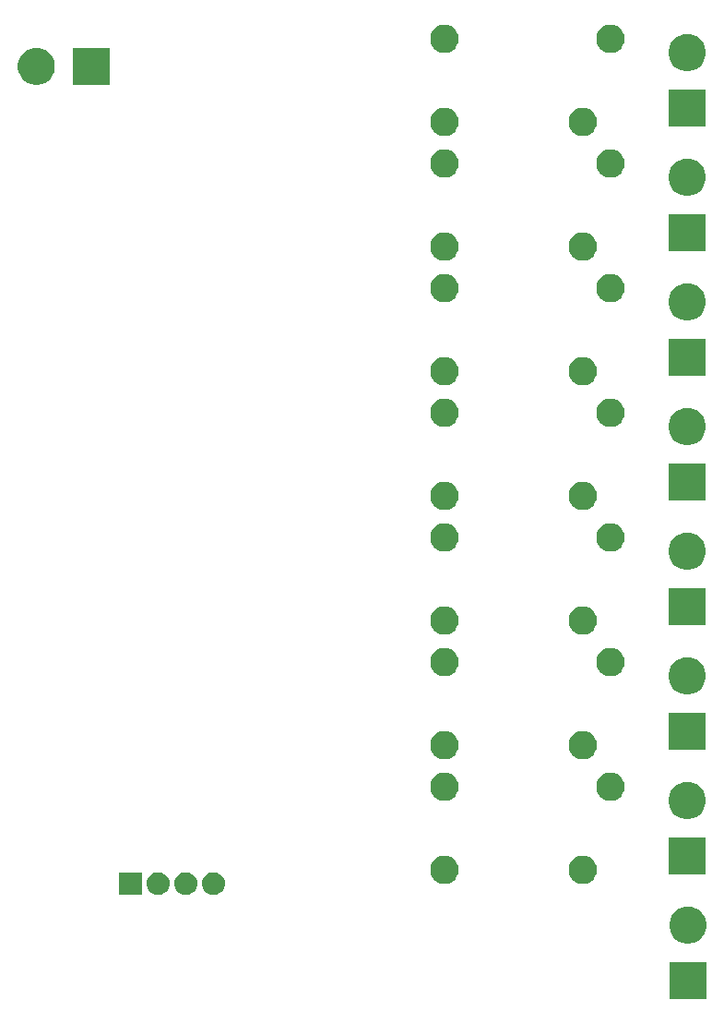
<source format=gbr>
G04 #@! TF.GenerationSoftware,KiCad,Pcbnew,5.0.1-33cea8e~68~ubuntu18.04.1*
G04 #@! TF.CreationDate,2018-11-29T08:35:32+01:00*
G04 #@! TF.ProjectId,7RelaysEtCommun,3752656C6179734574436F6D6D756E2E,rev?*
G04 #@! TF.SameCoordinates,Original*
G04 #@! TF.FileFunction,Soldermask,Bot*
G04 #@! TF.FilePolarity,Negative*
%FSLAX46Y46*%
G04 Gerber Fmt 4.6, Leading zero omitted, Abs format (unit mm)*
G04 Created by KiCad (PCBNEW 5.0.1-33cea8e~68~ubuntu18.04.1) date jeu. 29 nov. 2018 08:35:32 CET*
%MOMM*%
%LPD*%
G01*
G04 APERTURE LIST*
%ADD10C,0.100000*%
G04 APERTURE END LIST*
D10*
G36*
X196772000Y-135050000D02*
X193372000Y-135050000D01*
X193372000Y-131650000D01*
X196772000Y-131650000D01*
X196772000Y-135050000D01*
X196772000Y-135050000D01*
G37*
G36*
X195458393Y-126613553D02*
X195567872Y-126635330D01*
X195877252Y-126763479D01*
X196155687Y-126949523D01*
X196392477Y-127186313D01*
X196578521Y-127464748D01*
X196706670Y-127774128D01*
X196772000Y-128102565D01*
X196772000Y-128437435D01*
X196706670Y-128765872D01*
X196578521Y-129075252D01*
X196392477Y-129353687D01*
X196155687Y-129590477D01*
X195877252Y-129776521D01*
X195567872Y-129904670D01*
X195458393Y-129926447D01*
X195239437Y-129970000D01*
X194904563Y-129970000D01*
X194685607Y-129926447D01*
X194576128Y-129904670D01*
X194266748Y-129776521D01*
X193988313Y-129590477D01*
X193751523Y-129353687D01*
X193565479Y-129075252D01*
X193437330Y-128765872D01*
X193372000Y-128437435D01*
X193372000Y-128102565D01*
X193437330Y-127774128D01*
X193565479Y-127464748D01*
X193751523Y-127186313D01*
X193988313Y-126949523D01*
X194266748Y-126763479D01*
X194576128Y-126635330D01*
X194685607Y-126613553D01*
X194904563Y-126570000D01*
X195239437Y-126570000D01*
X195458393Y-126613553D01*
X195458393Y-126613553D01*
G37*
G36*
X151639707Y-123417596D02*
X151716836Y-123425193D01*
X151848787Y-123465220D01*
X151914763Y-123485233D01*
X152097172Y-123582733D01*
X152257054Y-123713946D01*
X152388267Y-123873828D01*
X152485767Y-124056237D01*
X152485767Y-124056238D01*
X152545807Y-124254164D01*
X152566080Y-124460000D01*
X152545807Y-124665836D01*
X152505780Y-124797787D01*
X152485767Y-124863763D01*
X152388267Y-125046172D01*
X152257054Y-125206054D01*
X152097172Y-125337267D01*
X151914763Y-125434767D01*
X151848787Y-125454780D01*
X151716836Y-125494807D01*
X151639707Y-125502403D01*
X151562580Y-125510000D01*
X151459420Y-125510000D01*
X151382293Y-125502403D01*
X151305164Y-125494807D01*
X151173213Y-125454780D01*
X151107237Y-125434767D01*
X150924828Y-125337267D01*
X150764946Y-125206054D01*
X150633733Y-125046172D01*
X150536233Y-124863763D01*
X150516220Y-124797787D01*
X150476193Y-124665836D01*
X150455920Y-124460000D01*
X150476193Y-124254164D01*
X150536233Y-124056238D01*
X150536233Y-124056237D01*
X150633733Y-123873828D01*
X150764946Y-123713946D01*
X150924828Y-123582733D01*
X151107237Y-123485233D01*
X151173213Y-123465220D01*
X151305164Y-123425193D01*
X151382293Y-123417596D01*
X151459420Y-123410000D01*
X151562580Y-123410000D01*
X151639707Y-123417596D01*
X151639707Y-123417596D01*
G37*
G36*
X149099707Y-123417596D02*
X149176836Y-123425193D01*
X149308787Y-123465220D01*
X149374763Y-123485233D01*
X149557172Y-123582733D01*
X149717054Y-123713946D01*
X149848267Y-123873828D01*
X149945767Y-124056237D01*
X149945767Y-124056238D01*
X150005807Y-124254164D01*
X150026080Y-124460000D01*
X150005807Y-124665836D01*
X149965780Y-124797787D01*
X149945767Y-124863763D01*
X149848267Y-125046172D01*
X149717054Y-125206054D01*
X149557172Y-125337267D01*
X149374763Y-125434767D01*
X149308787Y-125454780D01*
X149176836Y-125494807D01*
X149099707Y-125502403D01*
X149022580Y-125510000D01*
X148919420Y-125510000D01*
X148842293Y-125502403D01*
X148765164Y-125494807D01*
X148633213Y-125454780D01*
X148567237Y-125434767D01*
X148384828Y-125337267D01*
X148224946Y-125206054D01*
X148093733Y-125046172D01*
X147996233Y-124863763D01*
X147976220Y-124797787D01*
X147936193Y-124665836D01*
X147915920Y-124460000D01*
X147936193Y-124254164D01*
X147996233Y-124056238D01*
X147996233Y-124056237D01*
X148093733Y-123873828D01*
X148224946Y-123713946D01*
X148384828Y-123582733D01*
X148567237Y-123485233D01*
X148633213Y-123465220D01*
X148765164Y-123425193D01*
X148842293Y-123417596D01*
X148919420Y-123410000D01*
X149022580Y-123410000D01*
X149099707Y-123417596D01*
X149099707Y-123417596D01*
G37*
G36*
X146559707Y-123417596D02*
X146636836Y-123425193D01*
X146768787Y-123465220D01*
X146834763Y-123485233D01*
X147017172Y-123582733D01*
X147177054Y-123713946D01*
X147308267Y-123873828D01*
X147405767Y-124056237D01*
X147405767Y-124056238D01*
X147465807Y-124254164D01*
X147486080Y-124460000D01*
X147465807Y-124665836D01*
X147425780Y-124797787D01*
X147405767Y-124863763D01*
X147308267Y-125046172D01*
X147177054Y-125206054D01*
X147017172Y-125337267D01*
X146834763Y-125434767D01*
X146768787Y-125454780D01*
X146636836Y-125494807D01*
X146559707Y-125502403D01*
X146482580Y-125510000D01*
X146379420Y-125510000D01*
X146302293Y-125502403D01*
X146225164Y-125494807D01*
X146093213Y-125454780D01*
X146027237Y-125434767D01*
X145844828Y-125337267D01*
X145684946Y-125206054D01*
X145553733Y-125046172D01*
X145456233Y-124863763D01*
X145436220Y-124797787D01*
X145396193Y-124665836D01*
X145375920Y-124460000D01*
X145396193Y-124254164D01*
X145456233Y-124056238D01*
X145456233Y-124056237D01*
X145553733Y-123873828D01*
X145684946Y-123713946D01*
X145844828Y-123582733D01*
X146027237Y-123485233D01*
X146093213Y-123465220D01*
X146225164Y-123425193D01*
X146302293Y-123417596D01*
X146379420Y-123410000D01*
X146482580Y-123410000D01*
X146559707Y-123417596D01*
X146559707Y-123417596D01*
G37*
G36*
X144941000Y-125510000D02*
X142841000Y-125510000D01*
X142841000Y-123410000D01*
X144941000Y-123410000D01*
X144941000Y-125510000D01*
X144941000Y-125510000D01*
G37*
G36*
X185799196Y-121939958D02*
X186035780Y-122037954D01*
X186248705Y-122180226D01*
X186429774Y-122361295D01*
X186572046Y-122574220D01*
X186670042Y-122810804D01*
X186720000Y-123061960D01*
X186720000Y-123318040D01*
X186670042Y-123569196D01*
X186572046Y-123805780D01*
X186429774Y-124018705D01*
X186248705Y-124199774D01*
X186035780Y-124342046D01*
X185799196Y-124440042D01*
X185548040Y-124490000D01*
X185291960Y-124490000D01*
X185040804Y-124440042D01*
X184804220Y-124342046D01*
X184591295Y-124199774D01*
X184410226Y-124018705D01*
X184267954Y-123805780D01*
X184169958Y-123569196D01*
X184120000Y-123318040D01*
X184120000Y-123061960D01*
X184169958Y-122810804D01*
X184267954Y-122574220D01*
X184410226Y-122361295D01*
X184591295Y-122180226D01*
X184804220Y-122037954D01*
X185040804Y-121939958D01*
X185291960Y-121890000D01*
X185548040Y-121890000D01*
X185799196Y-121939958D01*
X185799196Y-121939958D01*
G37*
G36*
X173099196Y-121939958D02*
X173335780Y-122037954D01*
X173548705Y-122180226D01*
X173729774Y-122361295D01*
X173872046Y-122574220D01*
X173970042Y-122810804D01*
X174020000Y-123061960D01*
X174020000Y-123318040D01*
X173970042Y-123569196D01*
X173872046Y-123805780D01*
X173729774Y-124018705D01*
X173548705Y-124199774D01*
X173335780Y-124342046D01*
X173099196Y-124440042D01*
X172848040Y-124490000D01*
X172591960Y-124490000D01*
X172340804Y-124440042D01*
X172104220Y-124342046D01*
X171891295Y-124199774D01*
X171710226Y-124018705D01*
X171567954Y-123805780D01*
X171469958Y-123569196D01*
X171420000Y-123318040D01*
X171420000Y-123061960D01*
X171469958Y-122810804D01*
X171567954Y-122574220D01*
X171710226Y-122361295D01*
X171891295Y-122180226D01*
X172104220Y-122037954D01*
X172340804Y-121939958D01*
X172591960Y-121890000D01*
X172848040Y-121890000D01*
X173099196Y-121939958D01*
X173099196Y-121939958D01*
G37*
G36*
X196700000Y-123620000D02*
X193300000Y-123620000D01*
X193300000Y-120220000D01*
X196700000Y-120220000D01*
X196700000Y-123620000D01*
X196700000Y-123620000D01*
G37*
G36*
X195386393Y-115183553D02*
X195495872Y-115205330D01*
X195805252Y-115333479D01*
X196083687Y-115519523D01*
X196320477Y-115756313D01*
X196506521Y-116034748D01*
X196634670Y-116344128D01*
X196700000Y-116672565D01*
X196700000Y-117007435D01*
X196634670Y-117335872D01*
X196506521Y-117645252D01*
X196320477Y-117923687D01*
X196083687Y-118160477D01*
X195805252Y-118346521D01*
X195495872Y-118474670D01*
X195386393Y-118496447D01*
X195167437Y-118540000D01*
X194832563Y-118540000D01*
X194613607Y-118496447D01*
X194504128Y-118474670D01*
X194194748Y-118346521D01*
X193916313Y-118160477D01*
X193679523Y-117923687D01*
X193493479Y-117645252D01*
X193365330Y-117335872D01*
X193300000Y-117007435D01*
X193300000Y-116672565D01*
X193365330Y-116344128D01*
X193493479Y-116034748D01*
X193679523Y-115756313D01*
X193916313Y-115519523D01*
X194194748Y-115333479D01*
X194504128Y-115205330D01*
X194613607Y-115183553D01*
X194832563Y-115140000D01*
X195167437Y-115140000D01*
X195386393Y-115183553D01*
X195386393Y-115183553D01*
G37*
G36*
X173099196Y-114319958D02*
X173335780Y-114417954D01*
X173548705Y-114560226D01*
X173729774Y-114741295D01*
X173872046Y-114954220D01*
X173970042Y-115190804D01*
X174020000Y-115441960D01*
X174020000Y-115698040D01*
X173970042Y-115949196D01*
X173872046Y-116185780D01*
X173729774Y-116398705D01*
X173548705Y-116579774D01*
X173335780Y-116722046D01*
X173099196Y-116820042D01*
X172848040Y-116870000D01*
X172591960Y-116870000D01*
X172340804Y-116820042D01*
X172104220Y-116722046D01*
X171891295Y-116579774D01*
X171710226Y-116398705D01*
X171567954Y-116185780D01*
X171469958Y-115949196D01*
X171420000Y-115698040D01*
X171420000Y-115441960D01*
X171469958Y-115190804D01*
X171567954Y-114954220D01*
X171710226Y-114741295D01*
X171891295Y-114560226D01*
X172104220Y-114417954D01*
X172340804Y-114319958D01*
X172591960Y-114270000D01*
X172848040Y-114270000D01*
X173099196Y-114319958D01*
X173099196Y-114319958D01*
G37*
G36*
X188339196Y-114319958D02*
X188575780Y-114417954D01*
X188788705Y-114560226D01*
X188969774Y-114741295D01*
X189112046Y-114954220D01*
X189210042Y-115190804D01*
X189260000Y-115441960D01*
X189260000Y-115698040D01*
X189210042Y-115949196D01*
X189112046Y-116185780D01*
X188969774Y-116398705D01*
X188788705Y-116579774D01*
X188575780Y-116722046D01*
X188339196Y-116820042D01*
X188088040Y-116870000D01*
X187831960Y-116870000D01*
X187580804Y-116820042D01*
X187344220Y-116722046D01*
X187131295Y-116579774D01*
X186950226Y-116398705D01*
X186807954Y-116185780D01*
X186709958Y-115949196D01*
X186660000Y-115698040D01*
X186660000Y-115441960D01*
X186709958Y-115190804D01*
X186807954Y-114954220D01*
X186950226Y-114741295D01*
X187131295Y-114560226D01*
X187344220Y-114417954D01*
X187580804Y-114319958D01*
X187831960Y-114270000D01*
X188088040Y-114270000D01*
X188339196Y-114319958D01*
X188339196Y-114319958D01*
G37*
G36*
X173099196Y-110509958D02*
X173335780Y-110607954D01*
X173548705Y-110750226D01*
X173729774Y-110931295D01*
X173872046Y-111144220D01*
X173970042Y-111380804D01*
X174020000Y-111631960D01*
X174020000Y-111888040D01*
X173970042Y-112139196D01*
X173872046Y-112375780D01*
X173729774Y-112588705D01*
X173548705Y-112769774D01*
X173335780Y-112912046D01*
X173099196Y-113010042D01*
X172848040Y-113060000D01*
X172591960Y-113060000D01*
X172340804Y-113010042D01*
X172104220Y-112912046D01*
X171891295Y-112769774D01*
X171710226Y-112588705D01*
X171567954Y-112375780D01*
X171469958Y-112139196D01*
X171420000Y-111888040D01*
X171420000Y-111631960D01*
X171469958Y-111380804D01*
X171567954Y-111144220D01*
X171710226Y-110931295D01*
X171891295Y-110750226D01*
X172104220Y-110607954D01*
X172340804Y-110509958D01*
X172591960Y-110460000D01*
X172848040Y-110460000D01*
X173099196Y-110509958D01*
X173099196Y-110509958D01*
G37*
G36*
X185799196Y-110509958D02*
X186035780Y-110607954D01*
X186248705Y-110750226D01*
X186429774Y-110931295D01*
X186572046Y-111144220D01*
X186670042Y-111380804D01*
X186720000Y-111631960D01*
X186720000Y-111888040D01*
X186670042Y-112139196D01*
X186572046Y-112375780D01*
X186429774Y-112588705D01*
X186248705Y-112769774D01*
X186035780Y-112912046D01*
X185799196Y-113010042D01*
X185548040Y-113060000D01*
X185291960Y-113060000D01*
X185040804Y-113010042D01*
X184804220Y-112912046D01*
X184591295Y-112769774D01*
X184410226Y-112588705D01*
X184267954Y-112375780D01*
X184169958Y-112139196D01*
X184120000Y-111888040D01*
X184120000Y-111631960D01*
X184169958Y-111380804D01*
X184267954Y-111144220D01*
X184410226Y-110931295D01*
X184591295Y-110750226D01*
X184804220Y-110607954D01*
X185040804Y-110509958D01*
X185291960Y-110460000D01*
X185548040Y-110460000D01*
X185799196Y-110509958D01*
X185799196Y-110509958D01*
G37*
G36*
X196700000Y-112190000D02*
X193300000Y-112190000D01*
X193300000Y-108790000D01*
X196700000Y-108790000D01*
X196700000Y-112190000D01*
X196700000Y-112190000D01*
G37*
G36*
X195386393Y-103753553D02*
X195495872Y-103775330D01*
X195805252Y-103903479D01*
X196083687Y-104089523D01*
X196320477Y-104326313D01*
X196506521Y-104604748D01*
X196634670Y-104914128D01*
X196700000Y-105242565D01*
X196700000Y-105577435D01*
X196634670Y-105905872D01*
X196506521Y-106215252D01*
X196320477Y-106493687D01*
X196083687Y-106730477D01*
X195805252Y-106916521D01*
X195495872Y-107044670D01*
X195386393Y-107066447D01*
X195167437Y-107110000D01*
X194832563Y-107110000D01*
X194613607Y-107066447D01*
X194504128Y-107044670D01*
X194194748Y-106916521D01*
X193916313Y-106730477D01*
X193679523Y-106493687D01*
X193493479Y-106215252D01*
X193365330Y-105905872D01*
X193300000Y-105577435D01*
X193300000Y-105242565D01*
X193365330Y-104914128D01*
X193493479Y-104604748D01*
X193679523Y-104326313D01*
X193916313Y-104089523D01*
X194194748Y-103903479D01*
X194504128Y-103775330D01*
X194613607Y-103753553D01*
X194832563Y-103710000D01*
X195167437Y-103710000D01*
X195386393Y-103753553D01*
X195386393Y-103753553D01*
G37*
G36*
X188339196Y-102889958D02*
X188575780Y-102987954D01*
X188788705Y-103130226D01*
X188969774Y-103311295D01*
X189112046Y-103524220D01*
X189210042Y-103760804D01*
X189260000Y-104011960D01*
X189260000Y-104268040D01*
X189210042Y-104519196D01*
X189112046Y-104755780D01*
X188969774Y-104968705D01*
X188788705Y-105149774D01*
X188575780Y-105292046D01*
X188339196Y-105390042D01*
X188088040Y-105440000D01*
X187831960Y-105440000D01*
X187580804Y-105390042D01*
X187344220Y-105292046D01*
X187131295Y-105149774D01*
X186950226Y-104968705D01*
X186807954Y-104755780D01*
X186709958Y-104519196D01*
X186660000Y-104268040D01*
X186660000Y-104011960D01*
X186709958Y-103760804D01*
X186807954Y-103524220D01*
X186950226Y-103311295D01*
X187131295Y-103130226D01*
X187344220Y-102987954D01*
X187580804Y-102889958D01*
X187831960Y-102840000D01*
X188088040Y-102840000D01*
X188339196Y-102889958D01*
X188339196Y-102889958D01*
G37*
G36*
X173099196Y-102889958D02*
X173335780Y-102987954D01*
X173548705Y-103130226D01*
X173729774Y-103311295D01*
X173872046Y-103524220D01*
X173970042Y-103760804D01*
X174020000Y-104011960D01*
X174020000Y-104268040D01*
X173970042Y-104519196D01*
X173872046Y-104755780D01*
X173729774Y-104968705D01*
X173548705Y-105149774D01*
X173335780Y-105292046D01*
X173099196Y-105390042D01*
X172848040Y-105440000D01*
X172591960Y-105440000D01*
X172340804Y-105390042D01*
X172104220Y-105292046D01*
X171891295Y-105149774D01*
X171710226Y-104968705D01*
X171567954Y-104755780D01*
X171469958Y-104519196D01*
X171420000Y-104268040D01*
X171420000Y-104011960D01*
X171469958Y-103760804D01*
X171567954Y-103524220D01*
X171710226Y-103311295D01*
X171891295Y-103130226D01*
X172104220Y-102987954D01*
X172340804Y-102889958D01*
X172591960Y-102840000D01*
X172848040Y-102840000D01*
X173099196Y-102889958D01*
X173099196Y-102889958D01*
G37*
G36*
X173099196Y-99079958D02*
X173335780Y-99177954D01*
X173548705Y-99320226D01*
X173729774Y-99501295D01*
X173872046Y-99714220D01*
X173970042Y-99950804D01*
X174020000Y-100201960D01*
X174020000Y-100458040D01*
X173970042Y-100709196D01*
X173872046Y-100945780D01*
X173729774Y-101158705D01*
X173548705Y-101339774D01*
X173335780Y-101482046D01*
X173099196Y-101580042D01*
X172848040Y-101630000D01*
X172591960Y-101630000D01*
X172340804Y-101580042D01*
X172104220Y-101482046D01*
X171891295Y-101339774D01*
X171710226Y-101158705D01*
X171567954Y-100945780D01*
X171469958Y-100709196D01*
X171420000Y-100458040D01*
X171420000Y-100201960D01*
X171469958Y-99950804D01*
X171567954Y-99714220D01*
X171710226Y-99501295D01*
X171891295Y-99320226D01*
X172104220Y-99177954D01*
X172340804Y-99079958D01*
X172591960Y-99030000D01*
X172848040Y-99030000D01*
X173099196Y-99079958D01*
X173099196Y-99079958D01*
G37*
G36*
X185799196Y-99079958D02*
X186035780Y-99177954D01*
X186248705Y-99320226D01*
X186429774Y-99501295D01*
X186572046Y-99714220D01*
X186670042Y-99950804D01*
X186720000Y-100201960D01*
X186720000Y-100458040D01*
X186670042Y-100709196D01*
X186572046Y-100945780D01*
X186429774Y-101158705D01*
X186248705Y-101339774D01*
X186035780Y-101482046D01*
X185799196Y-101580042D01*
X185548040Y-101630000D01*
X185291960Y-101630000D01*
X185040804Y-101580042D01*
X184804220Y-101482046D01*
X184591295Y-101339774D01*
X184410226Y-101158705D01*
X184267954Y-100945780D01*
X184169958Y-100709196D01*
X184120000Y-100458040D01*
X184120000Y-100201960D01*
X184169958Y-99950804D01*
X184267954Y-99714220D01*
X184410226Y-99501295D01*
X184591295Y-99320226D01*
X184804220Y-99177954D01*
X185040804Y-99079958D01*
X185291960Y-99030000D01*
X185548040Y-99030000D01*
X185799196Y-99079958D01*
X185799196Y-99079958D01*
G37*
G36*
X196700000Y-100760000D02*
X193300000Y-100760000D01*
X193300000Y-97360000D01*
X196700000Y-97360000D01*
X196700000Y-100760000D01*
X196700000Y-100760000D01*
G37*
G36*
X195386393Y-92323553D02*
X195495872Y-92345330D01*
X195805252Y-92473479D01*
X196083687Y-92659523D01*
X196320477Y-92896313D01*
X196506521Y-93174748D01*
X196634670Y-93484128D01*
X196700000Y-93812565D01*
X196700000Y-94147435D01*
X196634670Y-94475872D01*
X196506521Y-94785252D01*
X196320477Y-95063687D01*
X196083687Y-95300477D01*
X195805252Y-95486521D01*
X195495872Y-95614670D01*
X195386393Y-95636447D01*
X195167437Y-95680000D01*
X194832563Y-95680000D01*
X194613607Y-95636447D01*
X194504128Y-95614670D01*
X194194748Y-95486521D01*
X193916313Y-95300477D01*
X193679523Y-95063687D01*
X193493479Y-94785252D01*
X193365330Y-94475872D01*
X193300000Y-94147435D01*
X193300000Y-93812565D01*
X193365330Y-93484128D01*
X193493479Y-93174748D01*
X193679523Y-92896313D01*
X193916313Y-92659523D01*
X194194748Y-92473479D01*
X194504128Y-92345330D01*
X194613607Y-92323553D01*
X194832563Y-92280000D01*
X195167437Y-92280000D01*
X195386393Y-92323553D01*
X195386393Y-92323553D01*
G37*
G36*
X173099196Y-91459958D02*
X173335780Y-91557954D01*
X173548705Y-91700226D01*
X173729774Y-91881295D01*
X173872046Y-92094220D01*
X173970042Y-92330804D01*
X174020000Y-92581960D01*
X174020000Y-92838040D01*
X173970042Y-93089196D01*
X173872046Y-93325780D01*
X173729774Y-93538705D01*
X173548705Y-93719774D01*
X173335780Y-93862046D01*
X173099196Y-93960042D01*
X172848040Y-94010000D01*
X172591960Y-94010000D01*
X172340804Y-93960042D01*
X172104220Y-93862046D01*
X171891295Y-93719774D01*
X171710226Y-93538705D01*
X171567954Y-93325780D01*
X171469958Y-93089196D01*
X171420000Y-92838040D01*
X171420000Y-92581960D01*
X171469958Y-92330804D01*
X171567954Y-92094220D01*
X171710226Y-91881295D01*
X171891295Y-91700226D01*
X172104220Y-91557954D01*
X172340804Y-91459958D01*
X172591960Y-91410000D01*
X172848040Y-91410000D01*
X173099196Y-91459958D01*
X173099196Y-91459958D01*
G37*
G36*
X188339196Y-91459958D02*
X188575780Y-91557954D01*
X188788705Y-91700226D01*
X188969774Y-91881295D01*
X189112046Y-92094220D01*
X189210042Y-92330804D01*
X189260000Y-92581960D01*
X189260000Y-92838040D01*
X189210042Y-93089196D01*
X189112046Y-93325780D01*
X188969774Y-93538705D01*
X188788705Y-93719774D01*
X188575780Y-93862046D01*
X188339196Y-93960042D01*
X188088040Y-94010000D01*
X187831960Y-94010000D01*
X187580804Y-93960042D01*
X187344220Y-93862046D01*
X187131295Y-93719774D01*
X186950226Y-93538705D01*
X186807954Y-93325780D01*
X186709958Y-93089196D01*
X186660000Y-92838040D01*
X186660000Y-92581960D01*
X186709958Y-92330804D01*
X186807954Y-92094220D01*
X186950226Y-91881295D01*
X187131295Y-91700226D01*
X187344220Y-91557954D01*
X187580804Y-91459958D01*
X187831960Y-91410000D01*
X188088040Y-91410000D01*
X188339196Y-91459958D01*
X188339196Y-91459958D01*
G37*
G36*
X185799196Y-87649958D02*
X186035780Y-87747954D01*
X186248705Y-87890226D01*
X186429774Y-88071295D01*
X186572046Y-88284220D01*
X186670042Y-88520804D01*
X186720000Y-88771960D01*
X186720000Y-89028040D01*
X186670042Y-89279196D01*
X186572046Y-89515780D01*
X186429774Y-89728705D01*
X186248705Y-89909774D01*
X186035780Y-90052046D01*
X185799196Y-90150042D01*
X185548040Y-90200000D01*
X185291960Y-90200000D01*
X185040804Y-90150042D01*
X184804220Y-90052046D01*
X184591295Y-89909774D01*
X184410226Y-89728705D01*
X184267954Y-89515780D01*
X184169958Y-89279196D01*
X184120000Y-89028040D01*
X184120000Y-88771960D01*
X184169958Y-88520804D01*
X184267954Y-88284220D01*
X184410226Y-88071295D01*
X184591295Y-87890226D01*
X184804220Y-87747954D01*
X185040804Y-87649958D01*
X185291960Y-87600000D01*
X185548040Y-87600000D01*
X185799196Y-87649958D01*
X185799196Y-87649958D01*
G37*
G36*
X173099196Y-87649958D02*
X173335780Y-87747954D01*
X173548705Y-87890226D01*
X173729774Y-88071295D01*
X173872046Y-88284220D01*
X173970042Y-88520804D01*
X174020000Y-88771960D01*
X174020000Y-89028040D01*
X173970042Y-89279196D01*
X173872046Y-89515780D01*
X173729774Y-89728705D01*
X173548705Y-89909774D01*
X173335780Y-90052046D01*
X173099196Y-90150042D01*
X172848040Y-90200000D01*
X172591960Y-90200000D01*
X172340804Y-90150042D01*
X172104220Y-90052046D01*
X171891295Y-89909774D01*
X171710226Y-89728705D01*
X171567954Y-89515780D01*
X171469958Y-89279196D01*
X171420000Y-89028040D01*
X171420000Y-88771960D01*
X171469958Y-88520804D01*
X171567954Y-88284220D01*
X171710226Y-88071295D01*
X171891295Y-87890226D01*
X172104220Y-87747954D01*
X172340804Y-87649958D01*
X172591960Y-87600000D01*
X172848040Y-87600000D01*
X173099196Y-87649958D01*
X173099196Y-87649958D01*
G37*
G36*
X196700000Y-89330000D02*
X193300000Y-89330000D01*
X193300000Y-85930000D01*
X196700000Y-85930000D01*
X196700000Y-89330000D01*
X196700000Y-89330000D01*
G37*
G36*
X195386393Y-80893553D02*
X195495872Y-80915330D01*
X195805252Y-81043479D01*
X196083687Y-81229523D01*
X196320477Y-81466313D01*
X196506521Y-81744748D01*
X196634670Y-82054128D01*
X196700000Y-82382565D01*
X196700000Y-82717435D01*
X196634670Y-83045872D01*
X196506521Y-83355252D01*
X196320477Y-83633687D01*
X196083687Y-83870477D01*
X195805252Y-84056521D01*
X195495872Y-84184670D01*
X195386393Y-84206447D01*
X195167437Y-84250000D01*
X194832563Y-84250000D01*
X194613607Y-84206447D01*
X194504128Y-84184670D01*
X194194748Y-84056521D01*
X193916313Y-83870477D01*
X193679523Y-83633687D01*
X193493479Y-83355252D01*
X193365330Y-83045872D01*
X193300000Y-82717435D01*
X193300000Y-82382565D01*
X193365330Y-82054128D01*
X193493479Y-81744748D01*
X193679523Y-81466313D01*
X193916313Y-81229523D01*
X194194748Y-81043479D01*
X194504128Y-80915330D01*
X194613607Y-80893553D01*
X194832563Y-80850000D01*
X195167437Y-80850000D01*
X195386393Y-80893553D01*
X195386393Y-80893553D01*
G37*
G36*
X188339196Y-80029958D02*
X188575780Y-80127954D01*
X188788705Y-80270226D01*
X188969774Y-80451295D01*
X189112046Y-80664220D01*
X189210042Y-80900804D01*
X189260000Y-81151960D01*
X189260000Y-81408040D01*
X189210042Y-81659196D01*
X189112046Y-81895780D01*
X188969774Y-82108705D01*
X188788705Y-82289774D01*
X188575780Y-82432046D01*
X188339196Y-82530042D01*
X188088040Y-82580000D01*
X187831960Y-82580000D01*
X187580804Y-82530042D01*
X187344220Y-82432046D01*
X187131295Y-82289774D01*
X186950226Y-82108705D01*
X186807954Y-81895780D01*
X186709958Y-81659196D01*
X186660000Y-81408040D01*
X186660000Y-81151960D01*
X186709958Y-80900804D01*
X186807954Y-80664220D01*
X186950226Y-80451295D01*
X187131295Y-80270226D01*
X187344220Y-80127954D01*
X187580804Y-80029958D01*
X187831960Y-79980000D01*
X188088040Y-79980000D01*
X188339196Y-80029958D01*
X188339196Y-80029958D01*
G37*
G36*
X173099196Y-80029958D02*
X173335780Y-80127954D01*
X173548705Y-80270226D01*
X173729774Y-80451295D01*
X173872046Y-80664220D01*
X173970042Y-80900804D01*
X174020000Y-81151960D01*
X174020000Y-81408040D01*
X173970042Y-81659196D01*
X173872046Y-81895780D01*
X173729774Y-82108705D01*
X173548705Y-82289774D01*
X173335780Y-82432046D01*
X173099196Y-82530042D01*
X172848040Y-82580000D01*
X172591960Y-82580000D01*
X172340804Y-82530042D01*
X172104220Y-82432046D01*
X171891295Y-82289774D01*
X171710226Y-82108705D01*
X171567954Y-81895780D01*
X171469958Y-81659196D01*
X171420000Y-81408040D01*
X171420000Y-81151960D01*
X171469958Y-80900804D01*
X171567954Y-80664220D01*
X171710226Y-80451295D01*
X171891295Y-80270226D01*
X172104220Y-80127954D01*
X172340804Y-80029958D01*
X172591960Y-79980000D01*
X172848040Y-79980000D01*
X173099196Y-80029958D01*
X173099196Y-80029958D01*
G37*
G36*
X173099196Y-76219958D02*
X173335780Y-76317954D01*
X173548705Y-76460226D01*
X173729774Y-76641295D01*
X173872046Y-76854220D01*
X173970042Y-77090804D01*
X174020000Y-77341960D01*
X174020000Y-77598040D01*
X173970042Y-77849196D01*
X173872046Y-78085780D01*
X173729774Y-78298705D01*
X173548705Y-78479774D01*
X173335780Y-78622046D01*
X173099196Y-78720042D01*
X172848040Y-78770000D01*
X172591960Y-78770000D01*
X172340804Y-78720042D01*
X172104220Y-78622046D01*
X171891295Y-78479774D01*
X171710226Y-78298705D01*
X171567954Y-78085780D01*
X171469958Y-77849196D01*
X171420000Y-77598040D01*
X171420000Y-77341960D01*
X171469958Y-77090804D01*
X171567954Y-76854220D01*
X171710226Y-76641295D01*
X171891295Y-76460226D01*
X172104220Y-76317954D01*
X172340804Y-76219958D01*
X172591960Y-76170000D01*
X172848040Y-76170000D01*
X173099196Y-76219958D01*
X173099196Y-76219958D01*
G37*
G36*
X185799196Y-76219958D02*
X186035780Y-76317954D01*
X186248705Y-76460226D01*
X186429774Y-76641295D01*
X186572046Y-76854220D01*
X186670042Y-77090804D01*
X186720000Y-77341960D01*
X186720000Y-77598040D01*
X186670042Y-77849196D01*
X186572046Y-78085780D01*
X186429774Y-78298705D01*
X186248705Y-78479774D01*
X186035780Y-78622046D01*
X185799196Y-78720042D01*
X185548040Y-78770000D01*
X185291960Y-78770000D01*
X185040804Y-78720042D01*
X184804220Y-78622046D01*
X184591295Y-78479774D01*
X184410226Y-78298705D01*
X184267954Y-78085780D01*
X184169958Y-77849196D01*
X184120000Y-77598040D01*
X184120000Y-77341960D01*
X184169958Y-77090804D01*
X184267954Y-76854220D01*
X184410226Y-76641295D01*
X184591295Y-76460226D01*
X184804220Y-76317954D01*
X185040804Y-76219958D01*
X185291960Y-76170000D01*
X185548040Y-76170000D01*
X185799196Y-76219958D01*
X185799196Y-76219958D01*
G37*
G36*
X196700000Y-77900000D02*
X193300000Y-77900000D01*
X193300000Y-74500000D01*
X196700000Y-74500000D01*
X196700000Y-77900000D01*
X196700000Y-77900000D01*
G37*
G36*
X195386393Y-69463553D02*
X195495872Y-69485330D01*
X195805252Y-69613479D01*
X196083687Y-69799523D01*
X196320477Y-70036313D01*
X196506521Y-70314748D01*
X196634670Y-70624128D01*
X196700000Y-70952565D01*
X196700000Y-71287435D01*
X196634670Y-71615872D01*
X196506521Y-71925252D01*
X196320477Y-72203687D01*
X196083687Y-72440477D01*
X195805252Y-72626521D01*
X195495872Y-72754670D01*
X195386393Y-72776447D01*
X195167437Y-72820000D01*
X194832563Y-72820000D01*
X194613607Y-72776447D01*
X194504128Y-72754670D01*
X194194748Y-72626521D01*
X193916313Y-72440477D01*
X193679523Y-72203687D01*
X193493479Y-71925252D01*
X193365330Y-71615872D01*
X193300000Y-71287435D01*
X193300000Y-70952565D01*
X193365330Y-70624128D01*
X193493479Y-70314748D01*
X193679523Y-70036313D01*
X193916313Y-69799523D01*
X194194748Y-69613479D01*
X194504128Y-69485330D01*
X194613607Y-69463553D01*
X194832563Y-69420000D01*
X195167437Y-69420000D01*
X195386393Y-69463553D01*
X195386393Y-69463553D01*
G37*
G36*
X188339196Y-68599958D02*
X188575780Y-68697954D01*
X188788705Y-68840226D01*
X188969774Y-69021295D01*
X189112046Y-69234220D01*
X189210042Y-69470804D01*
X189260000Y-69721960D01*
X189260000Y-69978040D01*
X189210042Y-70229196D01*
X189112046Y-70465780D01*
X188969774Y-70678705D01*
X188788705Y-70859774D01*
X188575780Y-71002046D01*
X188339196Y-71100042D01*
X188088040Y-71150000D01*
X187831960Y-71150000D01*
X187580804Y-71100042D01*
X187344220Y-71002046D01*
X187131295Y-70859774D01*
X186950226Y-70678705D01*
X186807954Y-70465780D01*
X186709958Y-70229196D01*
X186660000Y-69978040D01*
X186660000Y-69721960D01*
X186709958Y-69470804D01*
X186807954Y-69234220D01*
X186950226Y-69021295D01*
X187131295Y-68840226D01*
X187344220Y-68697954D01*
X187580804Y-68599958D01*
X187831960Y-68550000D01*
X188088040Y-68550000D01*
X188339196Y-68599958D01*
X188339196Y-68599958D01*
G37*
G36*
X173099196Y-68599958D02*
X173335780Y-68697954D01*
X173548705Y-68840226D01*
X173729774Y-69021295D01*
X173872046Y-69234220D01*
X173970042Y-69470804D01*
X174020000Y-69721960D01*
X174020000Y-69978040D01*
X173970042Y-70229196D01*
X173872046Y-70465780D01*
X173729774Y-70678705D01*
X173548705Y-70859774D01*
X173335780Y-71002046D01*
X173099196Y-71100042D01*
X172848040Y-71150000D01*
X172591960Y-71150000D01*
X172340804Y-71100042D01*
X172104220Y-71002046D01*
X171891295Y-70859774D01*
X171710226Y-70678705D01*
X171567954Y-70465780D01*
X171469958Y-70229196D01*
X171420000Y-69978040D01*
X171420000Y-69721960D01*
X171469958Y-69470804D01*
X171567954Y-69234220D01*
X171710226Y-69021295D01*
X171891295Y-68840226D01*
X172104220Y-68697954D01*
X172340804Y-68599958D01*
X172591960Y-68550000D01*
X172848040Y-68550000D01*
X173099196Y-68599958D01*
X173099196Y-68599958D01*
G37*
G36*
X173099196Y-64789958D02*
X173335780Y-64887954D01*
X173548705Y-65030226D01*
X173729774Y-65211295D01*
X173872046Y-65424220D01*
X173970042Y-65660804D01*
X174020000Y-65911960D01*
X174020000Y-66168040D01*
X173970042Y-66419196D01*
X173872046Y-66655780D01*
X173729774Y-66868705D01*
X173548705Y-67049774D01*
X173335780Y-67192046D01*
X173099196Y-67290042D01*
X172848040Y-67340000D01*
X172591960Y-67340000D01*
X172340804Y-67290042D01*
X172104220Y-67192046D01*
X171891295Y-67049774D01*
X171710226Y-66868705D01*
X171567954Y-66655780D01*
X171469958Y-66419196D01*
X171420000Y-66168040D01*
X171420000Y-65911960D01*
X171469958Y-65660804D01*
X171567954Y-65424220D01*
X171710226Y-65211295D01*
X171891295Y-65030226D01*
X172104220Y-64887954D01*
X172340804Y-64789958D01*
X172591960Y-64740000D01*
X172848040Y-64740000D01*
X173099196Y-64789958D01*
X173099196Y-64789958D01*
G37*
G36*
X185799196Y-64789958D02*
X186035780Y-64887954D01*
X186248705Y-65030226D01*
X186429774Y-65211295D01*
X186572046Y-65424220D01*
X186670042Y-65660804D01*
X186720000Y-65911960D01*
X186720000Y-66168040D01*
X186670042Y-66419196D01*
X186572046Y-66655780D01*
X186429774Y-66868705D01*
X186248705Y-67049774D01*
X186035780Y-67192046D01*
X185799196Y-67290042D01*
X185548040Y-67340000D01*
X185291960Y-67340000D01*
X185040804Y-67290042D01*
X184804220Y-67192046D01*
X184591295Y-67049774D01*
X184410226Y-66868705D01*
X184267954Y-66655780D01*
X184169958Y-66419196D01*
X184120000Y-66168040D01*
X184120000Y-65911960D01*
X184169958Y-65660804D01*
X184267954Y-65424220D01*
X184410226Y-65211295D01*
X184591295Y-65030226D01*
X184804220Y-64887954D01*
X185040804Y-64789958D01*
X185291960Y-64740000D01*
X185548040Y-64740000D01*
X185799196Y-64789958D01*
X185799196Y-64789958D01*
G37*
G36*
X196700000Y-66470000D02*
X193300000Y-66470000D01*
X193300000Y-63070000D01*
X196700000Y-63070000D01*
X196700000Y-66470000D01*
X196700000Y-66470000D01*
G37*
G36*
X195386393Y-58033553D02*
X195495872Y-58055330D01*
X195805252Y-58183479D01*
X196083687Y-58369523D01*
X196320477Y-58606313D01*
X196506521Y-58884748D01*
X196634670Y-59194128D01*
X196700000Y-59522565D01*
X196700000Y-59857435D01*
X196634670Y-60185872D01*
X196506521Y-60495252D01*
X196320477Y-60773687D01*
X196083687Y-61010477D01*
X195805252Y-61196521D01*
X195495872Y-61324670D01*
X195386393Y-61346447D01*
X195167437Y-61390000D01*
X194832563Y-61390000D01*
X194613607Y-61346447D01*
X194504128Y-61324670D01*
X194194748Y-61196521D01*
X193916313Y-61010477D01*
X193679523Y-60773687D01*
X193493479Y-60495252D01*
X193365330Y-60185872D01*
X193300000Y-59857435D01*
X193300000Y-59522565D01*
X193365330Y-59194128D01*
X193493479Y-58884748D01*
X193679523Y-58606313D01*
X193916313Y-58369523D01*
X194194748Y-58183479D01*
X194504128Y-58055330D01*
X194613607Y-58033553D01*
X194832563Y-57990000D01*
X195167437Y-57990000D01*
X195386393Y-58033553D01*
X195386393Y-58033553D01*
G37*
G36*
X188339196Y-57169958D02*
X188575780Y-57267954D01*
X188788705Y-57410226D01*
X188969774Y-57591295D01*
X189112046Y-57804220D01*
X189210042Y-58040804D01*
X189260000Y-58291960D01*
X189260000Y-58548040D01*
X189210042Y-58799196D01*
X189112046Y-59035780D01*
X188969774Y-59248705D01*
X188788705Y-59429774D01*
X188575780Y-59572046D01*
X188339196Y-59670042D01*
X188088040Y-59720000D01*
X187831960Y-59720000D01*
X187580804Y-59670042D01*
X187344220Y-59572046D01*
X187131295Y-59429774D01*
X186950226Y-59248705D01*
X186807954Y-59035780D01*
X186709958Y-58799196D01*
X186660000Y-58548040D01*
X186660000Y-58291960D01*
X186709958Y-58040804D01*
X186807954Y-57804220D01*
X186950226Y-57591295D01*
X187131295Y-57410226D01*
X187344220Y-57267954D01*
X187580804Y-57169958D01*
X187831960Y-57120000D01*
X188088040Y-57120000D01*
X188339196Y-57169958D01*
X188339196Y-57169958D01*
G37*
G36*
X173099196Y-57169958D02*
X173335780Y-57267954D01*
X173548705Y-57410226D01*
X173729774Y-57591295D01*
X173872046Y-57804220D01*
X173970042Y-58040804D01*
X174020000Y-58291960D01*
X174020000Y-58548040D01*
X173970042Y-58799196D01*
X173872046Y-59035780D01*
X173729774Y-59248705D01*
X173548705Y-59429774D01*
X173335780Y-59572046D01*
X173099196Y-59670042D01*
X172848040Y-59720000D01*
X172591960Y-59720000D01*
X172340804Y-59670042D01*
X172104220Y-59572046D01*
X171891295Y-59429774D01*
X171710226Y-59248705D01*
X171567954Y-59035780D01*
X171469958Y-58799196D01*
X171420000Y-58548040D01*
X171420000Y-58291960D01*
X171469958Y-58040804D01*
X171567954Y-57804220D01*
X171710226Y-57591295D01*
X171891295Y-57410226D01*
X172104220Y-57267954D01*
X172340804Y-57169958D01*
X172591960Y-57120000D01*
X172848040Y-57120000D01*
X173099196Y-57169958D01*
X173099196Y-57169958D01*
G37*
G36*
X185799196Y-53359958D02*
X186035780Y-53457954D01*
X186248705Y-53600226D01*
X186429774Y-53781295D01*
X186572046Y-53994220D01*
X186670042Y-54230804D01*
X186720000Y-54481960D01*
X186720000Y-54738040D01*
X186670042Y-54989196D01*
X186572046Y-55225780D01*
X186429774Y-55438705D01*
X186248705Y-55619774D01*
X186035780Y-55762046D01*
X185799196Y-55860042D01*
X185548040Y-55910000D01*
X185291960Y-55910000D01*
X185040804Y-55860042D01*
X184804220Y-55762046D01*
X184591295Y-55619774D01*
X184410226Y-55438705D01*
X184267954Y-55225780D01*
X184169958Y-54989196D01*
X184120000Y-54738040D01*
X184120000Y-54481960D01*
X184169958Y-54230804D01*
X184267954Y-53994220D01*
X184410226Y-53781295D01*
X184591295Y-53600226D01*
X184804220Y-53457954D01*
X185040804Y-53359958D01*
X185291960Y-53310000D01*
X185548040Y-53310000D01*
X185799196Y-53359958D01*
X185799196Y-53359958D01*
G37*
G36*
X173099196Y-53359958D02*
X173335780Y-53457954D01*
X173548705Y-53600226D01*
X173729774Y-53781295D01*
X173872046Y-53994220D01*
X173970042Y-54230804D01*
X174020000Y-54481960D01*
X174020000Y-54738040D01*
X173970042Y-54989196D01*
X173872046Y-55225780D01*
X173729774Y-55438705D01*
X173548705Y-55619774D01*
X173335780Y-55762046D01*
X173099196Y-55860042D01*
X172848040Y-55910000D01*
X172591960Y-55910000D01*
X172340804Y-55860042D01*
X172104220Y-55762046D01*
X171891295Y-55619774D01*
X171710226Y-55438705D01*
X171567954Y-55225780D01*
X171469958Y-54989196D01*
X171420000Y-54738040D01*
X171420000Y-54481960D01*
X171469958Y-54230804D01*
X171567954Y-53994220D01*
X171710226Y-53781295D01*
X171891295Y-53600226D01*
X172104220Y-53457954D01*
X172340804Y-53359958D01*
X172591960Y-53310000D01*
X172848040Y-53310000D01*
X173099196Y-53359958D01*
X173099196Y-53359958D01*
G37*
G36*
X196700000Y-55040000D02*
X193300000Y-55040000D01*
X193300000Y-51640000D01*
X196700000Y-51640000D01*
X196700000Y-55040000D01*
X196700000Y-55040000D01*
G37*
G36*
X142035000Y-51230000D02*
X138635000Y-51230000D01*
X138635000Y-47830000D01*
X142035000Y-47830000D01*
X142035000Y-51230000D01*
X142035000Y-51230000D01*
G37*
G36*
X135641393Y-47873553D02*
X135750872Y-47895330D01*
X136060252Y-48023479D01*
X136338687Y-48209523D01*
X136575477Y-48446313D01*
X136761521Y-48724748D01*
X136889670Y-49034128D01*
X136895861Y-49065252D01*
X136951246Y-49343689D01*
X136955000Y-49362565D01*
X136955000Y-49697435D01*
X136889670Y-50025872D01*
X136761521Y-50335252D01*
X136575477Y-50613687D01*
X136338687Y-50850477D01*
X136060252Y-51036521D01*
X135750872Y-51164670D01*
X135641393Y-51186447D01*
X135422437Y-51230000D01*
X135087563Y-51230000D01*
X134868607Y-51186447D01*
X134759128Y-51164670D01*
X134449748Y-51036521D01*
X134171313Y-50850477D01*
X133934523Y-50613687D01*
X133748479Y-50335252D01*
X133620330Y-50025872D01*
X133555000Y-49697435D01*
X133555000Y-49362565D01*
X133558755Y-49343689D01*
X133614139Y-49065252D01*
X133620330Y-49034128D01*
X133748479Y-48724748D01*
X133934523Y-48446313D01*
X134171313Y-48209523D01*
X134449748Y-48023479D01*
X134759128Y-47895330D01*
X134868607Y-47873553D01*
X135087563Y-47830000D01*
X135422437Y-47830000D01*
X135641393Y-47873553D01*
X135641393Y-47873553D01*
G37*
G36*
X195386393Y-46603553D02*
X195495872Y-46625330D01*
X195805252Y-46753479D01*
X196083687Y-46939523D01*
X196320477Y-47176313D01*
X196506521Y-47454748D01*
X196634670Y-47764128D01*
X196634670Y-47764129D01*
X196700000Y-48092563D01*
X196700000Y-48427437D01*
X196696245Y-48446313D01*
X196634670Y-48755872D01*
X196506521Y-49065252D01*
X196320477Y-49343687D01*
X196083687Y-49580477D01*
X195805252Y-49766521D01*
X195495872Y-49894670D01*
X195386393Y-49916447D01*
X195167437Y-49960000D01*
X194832563Y-49960000D01*
X194613607Y-49916447D01*
X194504128Y-49894670D01*
X194194748Y-49766521D01*
X193916313Y-49580477D01*
X193679523Y-49343687D01*
X193493479Y-49065252D01*
X193365330Y-48755872D01*
X193303755Y-48446313D01*
X193300000Y-48427437D01*
X193300000Y-48092563D01*
X193365330Y-47764129D01*
X193365330Y-47764128D01*
X193493479Y-47454748D01*
X193679523Y-47176313D01*
X193916313Y-46939523D01*
X194194748Y-46753479D01*
X194504128Y-46625330D01*
X194613607Y-46603553D01*
X194832563Y-46560000D01*
X195167437Y-46560000D01*
X195386393Y-46603553D01*
X195386393Y-46603553D01*
G37*
G36*
X188339196Y-45739958D02*
X188575780Y-45837954D01*
X188788705Y-45980226D01*
X188969774Y-46161295D01*
X189112046Y-46374220D01*
X189210042Y-46610804D01*
X189260000Y-46861960D01*
X189260000Y-47118040D01*
X189210042Y-47369196D01*
X189112046Y-47605780D01*
X188969774Y-47818705D01*
X188788705Y-47999774D01*
X188575780Y-48142046D01*
X188339196Y-48240042D01*
X188088040Y-48290000D01*
X187831960Y-48290000D01*
X187580804Y-48240042D01*
X187344220Y-48142046D01*
X187131295Y-47999774D01*
X186950226Y-47818705D01*
X186807954Y-47605780D01*
X186709958Y-47369196D01*
X186660000Y-47118040D01*
X186660000Y-46861960D01*
X186709958Y-46610804D01*
X186807954Y-46374220D01*
X186950226Y-46161295D01*
X187131295Y-45980226D01*
X187344220Y-45837954D01*
X187580804Y-45739958D01*
X187831960Y-45690000D01*
X188088040Y-45690000D01*
X188339196Y-45739958D01*
X188339196Y-45739958D01*
G37*
G36*
X173099196Y-45739958D02*
X173335780Y-45837954D01*
X173548705Y-45980226D01*
X173729774Y-46161295D01*
X173872046Y-46374220D01*
X173970042Y-46610804D01*
X174020000Y-46861960D01*
X174020000Y-47118040D01*
X173970042Y-47369196D01*
X173872046Y-47605780D01*
X173729774Y-47818705D01*
X173548705Y-47999774D01*
X173335780Y-48142046D01*
X173099196Y-48240042D01*
X172848040Y-48290000D01*
X172591960Y-48290000D01*
X172340804Y-48240042D01*
X172104220Y-48142046D01*
X171891295Y-47999774D01*
X171710226Y-47818705D01*
X171567954Y-47605780D01*
X171469958Y-47369196D01*
X171420000Y-47118040D01*
X171420000Y-46861960D01*
X171469958Y-46610804D01*
X171567954Y-46374220D01*
X171710226Y-46161295D01*
X171891295Y-45980226D01*
X172104220Y-45837954D01*
X172340804Y-45739958D01*
X172591960Y-45690000D01*
X172848040Y-45690000D01*
X173099196Y-45739958D01*
X173099196Y-45739958D01*
G37*
M02*

</source>
